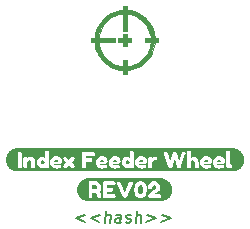
<source format=gto>
G04 #@! TF.GenerationSoftware,KiCad,Pcbnew,(6.0.5)*
G04 #@! TF.CreationDate,2022-06-02T14:19:20-07:00*
G04 #@! TF.ProjectId,indexingWheel,696e6465-7869-46e6-9757-6865656c2e6b,rev?*
G04 #@! TF.SameCoordinates,Original*
G04 #@! TF.FileFunction,Legend,Top*
G04 #@! TF.FilePolarity,Positive*
%FSLAX46Y46*%
G04 Gerber Fmt 4.6, Leading zero omitted, Abs format (unit mm)*
G04 Created by KiCad (PCBNEW (6.0.5)) date 2022-06-02 14:19:20*
%MOMM*%
%LPD*%
G01*
G04 APERTURE LIST*
%ADD10C,0.150000*%
%ADD11C,0.010000*%
G04 APERTURE END LIST*
D10*
X149803423Y-107217795D02*
X149005804Y-107503509D01*
X149731994Y-107789223D01*
X151041518Y-107217795D02*
X150243899Y-107503509D01*
X150970090Y-107789223D01*
X151434375Y-107884461D02*
X151559375Y-106884461D01*
X151862947Y-107884461D02*
X151928423Y-107360652D01*
X151892709Y-107265414D01*
X151803423Y-107217795D01*
X151660566Y-107217795D01*
X151559375Y-107265414D01*
X151505804Y-107313033D01*
X152767709Y-107884461D02*
X152833185Y-107360652D01*
X152797471Y-107265414D01*
X152708185Y-107217795D01*
X152517709Y-107217795D01*
X152416518Y-107265414D01*
X152773661Y-107836842D02*
X152672471Y-107884461D01*
X152434375Y-107884461D01*
X152345090Y-107836842D01*
X152309375Y-107741604D01*
X152321280Y-107646366D01*
X152380804Y-107551128D01*
X152481994Y-107503509D01*
X152720090Y-107503509D01*
X152821280Y-107455890D01*
X153202233Y-107836842D02*
X153291518Y-107884461D01*
X153481994Y-107884461D01*
X153583185Y-107836842D01*
X153642709Y-107741604D01*
X153648661Y-107693985D01*
X153612947Y-107598747D01*
X153523661Y-107551128D01*
X153380804Y-107551128D01*
X153291518Y-107503509D01*
X153255804Y-107408271D01*
X153261756Y-107360652D01*
X153321280Y-107265414D01*
X153422471Y-107217795D01*
X153565328Y-107217795D01*
X153654613Y-107265414D01*
X154053423Y-107884461D02*
X154178423Y-106884461D01*
X154481994Y-107884461D02*
X154547471Y-107360652D01*
X154511756Y-107265414D01*
X154422471Y-107217795D01*
X154279613Y-107217795D01*
X154178423Y-107265414D01*
X154124852Y-107313033D01*
X155041518Y-107217795D02*
X155767709Y-107503509D01*
X154970090Y-107789223D01*
X156279613Y-107217795D02*
X157005804Y-107503509D01*
X156208185Y-107789223D01*
G36*
X150619319Y-91903232D02*
G01*
X150687886Y-91647921D01*
X150784398Y-91396213D01*
X150840908Y-91276136D01*
X150916509Y-91133518D01*
X150994120Y-91006658D01*
X151078987Y-90888379D01*
X151176350Y-90771501D01*
X151291455Y-90648846D01*
X151320415Y-90619638D01*
X151445366Y-90499806D01*
X151562920Y-90398898D01*
X151680256Y-90311670D01*
X151804552Y-90232879D01*
X151942988Y-90157283D01*
X151976913Y-90140131D01*
X152226950Y-90030131D01*
X152480502Y-89948102D01*
X152737749Y-89893993D01*
X152863099Y-89877869D01*
X152957636Y-89868183D01*
X152957636Y-89575748D01*
X153282191Y-89575748D01*
X153282191Y-89868183D01*
X153376727Y-89877869D01*
X153635818Y-89918542D01*
X153891128Y-89987109D01*
X154142837Y-90083621D01*
X154262913Y-90140131D01*
X154405532Y-90215732D01*
X154532392Y-90293343D01*
X154650671Y-90378210D01*
X154767549Y-90475573D01*
X154890203Y-90590678D01*
X154919412Y-90619638D01*
X155039244Y-90744589D01*
X155140152Y-90862143D01*
X155227380Y-90979479D01*
X155306170Y-91103775D01*
X155381767Y-91242211D01*
X155398919Y-91276136D01*
X155508919Y-91526173D01*
X155590947Y-91779725D01*
X155645057Y-92036972D01*
X155661181Y-92162322D01*
X155670866Y-92256859D01*
X155963302Y-92256859D01*
X155963302Y-92581414D01*
X155670257Y-92581414D01*
X155660393Y-92676664D01*
X155620517Y-92933090D01*
X155554335Y-93183114D01*
X155461094Y-93429289D01*
X155398919Y-93562136D01*
X155323318Y-93704755D01*
X155245706Y-93831615D01*
X155160840Y-93949894D01*
X155063477Y-94066772D01*
X154948372Y-94189426D01*
X154919412Y-94218635D01*
X154794461Y-94338467D01*
X154676907Y-94439375D01*
X154559571Y-94526603D01*
X154435274Y-94605393D01*
X154296838Y-94680990D01*
X154262913Y-94698142D01*
X154012877Y-94808142D01*
X153759324Y-94890170D01*
X153502078Y-94944280D01*
X153376727Y-94960404D01*
X153282191Y-94970089D01*
X153282191Y-95262525D01*
X152957636Y-95262525D01*
X152957636Y-94970089D01*
X152863099Y-94960404D01*
X152604009Y-94919730D01*
X152348698Y-94851164D01*
X152096990Y-94754651D01*
X151976913Y-94698142D01*
X151834295Y-94622541D01*
X151707435Y-94544929D01*
X151589156Y-94460063D01*
X151472278Y-94362700D01*
X151349623Y-94247595D01*
X151320415Y-94218635D01*
X151200583Y-94093684D01*
X151099675Y-93976130D01*
X151012447Y-93858794D01*
X150933656Y-93734497D01*
X150858060Y-93596061D01*
X150840908Y-93562136D01*
X150730908Y-93312100D01*
X150648879Y-93058547D01*
X150594770Y-92801301D01*
X150578646Y-92675950D01*
X150568960Y-92581414D01*
X150276525Y-92581414D01*
X150276525Y-92256859D01*
X150568960Y-92256859D01*
X150907627Y-92256859D01*
X152322636Y-92256859D01*
X152322636Y-92581414D01*
X150907627Y-92581414D01*
X150917334Y-92676664D01*
X150953219Y-92896394D01*
X151015264Y-93116648D01*
X151101747Y-93333556D01*
X151210951Y-93543246D01*
X151341154Y-93741847D01*
X151453057Y-93882939D01*
X151606262Y-94040902D01*
X151780908Y-94185458D01*
X151972315Y-94313885D01*
X152175803Y-94423464D01*
X152386693Y-94511471D01*
X152600304Y-94575187D01*
X152669390Y-94590183D01*
X152742621Y-94604410D01*
X152794978Y-94614006D01*
X152833238Y-94619991D01*
X152864176Y-94623384D01*
X152894571Y-94625206D01*
X152904719Y-94625604D01*
X152957636Y-94627525D01*
X152957636Y-94133636D01*
X153282191Y-94133636D01*
X153282191Y-94631423D01*
X153377441Y-94621716D01*
X153596156Y-94585964D01*
X153814948Y-94524416D01*
X154029767Y-94439195D01*
X154236564Y-94332424D01*
X154431289Y-94206227D01*
X154609891Y-94062726D01*
X154768321Y-93904045D01*
X154786770Y-93882939D01*
X154931780Y-93695351D01*
X155057095Y-93493732D01*
X155160997Y-93281954D01*
X155241765Y-93063889D01*
X155297682Y-92843407D01*
X155322493Y-92676664D01*
X155332200Y-92581414D01*
X154834413Y-92581414D01*
X154834413Y-92256859D01*
X155332200Y-92256859D01*
X155322493Y-92161609D01*
X155286607Y-91941879D01*
X155224563Y-91721625D01*
X155138080Y-91504717D01*
X155028876Y-91295027D01*
X154898672Y-91096426D01*
X154786770Y-90955334D01*
X154631189Y-90794878D01*
X154454921Y-90649334D01*
X154262017Y-90520824D01*
X154056527Y-90411472D01*
X153842501Y-90323400D01*
X153623989Y-90258732D01*
X153405040Y-90219590D01*
X153377441Y-90216557D01*
X153282191Y-90206850D01*
X153282191Y-91621859D01*
X152957636Y-91621859D01*
X152957636Y-90206850D01*
X152862386Y-90216557D01*
X152643671Y-90252309D01*
X152424879Y-90313857D01*
X152210060Y-90399078D01*
X152003263Y-90505848D01*
X151808538Y-90632046D01*
X151629936Y-90775547D01*
X151471506Y-90934228D01*
X151453057Y-90955334D01*
X151308047Y-91142922D01*
X151182732Y-91344541D01*
X151078830Y-91556319D01*
X150998062Y-91774384D01*
X150942145Y-91994865D01*
X150917334Y-92161609D01*
X150907627Y-92256859D01*
X150568960Y-92256859D01*
X150578646Y-92162322D01*
X150619319Y-91903232D01*
G37*
D11*
X150619319Y-91903232D02*
X150687886Y-91647921D01*
X150784398Y-91396213D01*
X150840908Y-91276136D01*
X150916509Y-91133518D01*
X150994120Y-91006658D01*
X151078987Y-90888379D01*
X151176350Y-90771501D01*
X151291455Y-90648846D01*
X151320415Y-90619638D01*
X151445366Y-90499806D01*
X151562920Y-90398898D01*
X151680256Y-90311670D01*
X151804552Y-90232879D01*
X151942988Y-90157283D01*
X151976913Y-90140131D01*
X152226950Y-90030131D01*
X152480502Y-89948102D01*
X152737749Y-89893993D01*
X152863099Y-89877869D01*
X152957636Y-89868183D01*
X152957636Y-89575748D01*
X153282191Y-89575748D01*
X153282191Y-89868183D01*
X153376727Y-89877869D01*
X153635818Y-89918542D01*
X153891128Y-89987109D01*
X154142837Y-90083621D01*
X154262913Y-90140131D01*
X154405532Y-90215732D01*
X154532392Y-90293343D01*
X154650671Y-90378210D01*
X154767549Y-90475573D01*
X154890203Y-90590678D01*
X154919412Y-90619638D01*
X155039244Y-90744589D01*
X155140152Y-90862143D01*
X155227380Y-90979479D01*
X155306170Y-91103775D01*
X155381767Y-91242211D01*
X155398919Y-91276136D01*
X155508919Y-91526173D01*
X155590947Y-91779725D01*
X155645057Y-92036972D01*
X155661181Y-92162322D01*
X155670866Y-92256859D01*
X155963302Y-92256859D01*
X155963302Y-92581414D01*
X155670257Y-92581414D01*
X155660393Y-92676664D01*
X155620517Y-92933090D01*
X155554335Y-93183114D01*
X155461094Y-93429289D01*
X155398919Y-93562136D01*
X155323318Y-93704755D01*
X155245706Y-93831615D01*
X155160840Y-93949894D01*
X155063477Y-94066772D01*
X154948372Y-94189426D01*
X154919412Y-94218635D01*
X154794461Y-94338467D01*
X154676907Y-94439375D01*
X154559571Y-94526603D01*
X154435274Y-94605393D01*
X154296838Y-94680990D01*
X154262913Y-94698142D01*
X154012877Y-94808142D01*
X153759324Y-94890170D01*
X153502078Y-94944280D01*
X153376727Y-94960404D01*
X153282191Y-94970089D01*
X153282191Y-95262525D01*
X152957636Y-95262525D01*
X152957636Y-94970089D01*
X152863099Y-94960404D01*
X152604009Y-94919730D01*
X152348698Y-94851164D01*
X152096990Y-94754651D01*
X151976913Y-94698142D01*
X151834295Y-94622541D01*
X151707435Y-94544929D01*
X151589156Y-94460063D01*
X151472278Y-94362700D01*
X151349623Y-94247595D01*
X151320415Y-94218635D01*
X151200583Y-94093684D01*
X151099675Y-93976130D01*
X151012447Y-93858794D01*
X150933656Y-93734497D01*
X150858060Y-93596061D01*
X150840908Y-93562136D01*
X150730908Y-93312100D01*
X150648879Y-93058547D01*
X150594770Y-92801301D01*
X150578646Y-92675950D01*
X150568960Y-92581414D01*
X150276525Y-92581414D01*
X150276525Y-92256859D01*
X150568960Y-92256859D01*
X150907627Y-92256859D01*
X152322636Y-92256859D01*
X152322636Y-92581414D01*
X150907627Y-92581414D01*
X150917334Y-92676664D01*
X150953219Y-92896394D01*
X151015264Y-93116648D01*
X151101747Y-93333556D01*
X151210951Y-93543246D01*
X151341154Y-93741847D01*
X151453057Y-93882939D01*
X151606262Y-94040902D01*
X151780908Y-94185458D01*
X151972315Y-94313885D01*
X152175803Y-94423464D01*
X152386693Y-94511471D01*
X152600304Y-94575187D01*
X152669390Y-94590183D01*
X152742621Y-94604410D01*
X152794978Y-94614006D01*
X152833238Y-94619991D01*
X152864176Y-94623384D01*
X152894571Y-94625206D01*
X152904719Y-94625604D01*
X152957636Y-94627525D01*
X152957636Y-94133636D01*
X153282191Y-94133636D01*
X153282191Y-94631423D01*
X153377441Y-94621716D01*
X153596156Y-94585964D01*
X153814948Y-94524416D01*
X154029767Y-94439195D01*
X154236564Y-94332424D01*
X154431289Y-94206227D01*
X154609891Y-94062726D01*
X154768321Y-93904045D01*
X154786770Y-93882939D01*
X154931780Y-93695351D01*
X155057095Y-93493732D01*
X155160997Y-93281954D01*
X155241765Y-93063889D01*
X155297682Y-92843407D01*
X155322493Y-92676664D01*
X155332200Y-92581414D01*
X154834413Y-92581414D01*
X154834413Y-92256859D01*
X155332200Y-92256859D01*
X155322493Y-92161609D01*
X155286607Y-91941879D01*
X155224563Y-91721625D01*
X155138080Y-91504717D01*
X155028876Y-91295027D01*
X154898672Y-91096426D01*
X154786770Y-90955334D01*
X154631189Y-90794878D01*
X154454921Y-90649334D01*
X154262017Y-90520824D01*
X154056527Y-90411472D01*
X153842501Y-90323400D01*
X153623989Y-90258732D01*
X153405040Y-90219590D01*
X153377441Y-90216557D01*
X153282191Y-90206850D01*
X153282191Y-91621859D01*
X152957636Y-91621859D01*
X152957636Y-90206850D01*
X152862386Y-90216557D01*
X152643671Y-90252309D01*
X152424879Y-90313857D01*
X152210060Y-90399078D01*
X152003263Y-90505848D01*
X151808538Y-90632046D01*
X151629936Y-90775547D01*
X151471506Y-90934228D01*
X151453057Y-90955334D01*
X151308047Y-91142922D01*
X151182732Y-91344541D01*
X151078830Y-91556319D01*
X150998062Y-91774384D01*
X150942145Y-91994865D01*
X150917334Y-92161609D01*
X150907627Y-92256859D01*
X150568960Y-92256859D01*
X150578646Y-92162322D01*
X150619319Y-91903232D01*
G36*
X153285297Y-92069886D02*
G01*
X153289247Y-92249803D01*
X153469163Y-92253752D01*
X153649080Y-92257702D01*
X153649080Y-92580571D01*
X153469163Y-92584520D01*
X153289247Y-92588470D01*
X153285297Y-92768386D01*
X153281348Y-92948303D01*
X152958479Y-92948303D01*
X152954529Y-92768386D01*
X152950580Y-92588470D01*
X152770663Y-92584520D01*
X152590747Y-92580571D01*
X152590747Y-92257702D01*
X152770663Y-92253752D01*
X152950580Y-92249803D01*
X152954529Y-92069886D01*
X152958479Y-91889970D01*
X153281348Y-91889970D01*
X153285297Y-92069886D01*
G37*
X153285297Y-92069886D02*
X153289247Y-92249803D01*
X153469163Y-92253752D01*
X153649080Y-92257702D01*
X153649080Y-92580571D01*
X153469163Y-92584520D01*
X153289247Y-92588470D01*
X153285297Y-92768386D01*
X153281348Y-92948303D01*
X152958479Y-92948303D01*
X152954529Y-92768386D01*
X152950580Y-92588470D01*
X152770663Y-92584520D01*
X152590747Y-92580571D01*
X152590747Y-92257702D01*
X152770663Y-92253752D01*
X152950580Y-92249803D01*
X152954529Y-92069886D01*
X152958479Y-91889970D01*
X153281348Y-91889970D01*
X153285297Y-92069886D01*
G36*
X154643521Y-102580656D02*
G01*
X154676858Y-102651141D01*
X154604468Y-102712101D01*
X154364438Y-102712101D01*
X154425398Y-102604469D01*
X154548271Y-102553986D01*
X154643521Y-102580656D01*
G37*
G36*
X146312956Y-102662571D02*
G01*
X146357723Y-102777824D01*
X146311051Y-102891171D01*
X146193893Y-102942606D01*
X146073878Y-102891171D01*
X146024348Y-102776871D01*
X146070068Y-102661619D01*
X146191988Y-102609231D01*
X146312956Y-102662571D01*
G37*
G36*
X160143256Y-102580656D02*
G01*
X160176593Y-102651141D01*
X160104203Y-102712101D01*
X159864173Y-102712101D01*
X159925133Y-102604469D01*
X160048006Y-102553986D01*
X160143256Y-102580656D01*
G37*
G36*
X143968940Y-103536015D02*
G01*
X143872965Y-103521779D01*
X143778846Y-103498203D01*
X143687492Y-103465516D01*
X143599782Y-103424032D01*
X143516560Y-103374151D01*
X143438628Y-103316353D01*
X143366736Y-103251194D01*
X143301578Y-103179302D01*
X143248949Y-103108341D01*
X144066008Y-103108341D01*
X144077438Y-103205496D01*
X144127921Y-103259789D01*
X144233648Y-103277886D01*
X144331756Y-103265027D01*
X144382238Y-103226451D01*
X144400336Y-103176921D01*
X144403193Y-103110246D01*
X144403193Y-103108341D01*
X144555593Y-103108341D01*
X144558451Y-103174064D01*
X144574643Y-103224546D01*
X144624649Y-103263122D01*
X144721328Y-103275981D01*
X144818959Y-103263122D01*
X144868013Y-103224546D01*
X144886111Y-103175969D01*
X144888968Y-103110246D01*
X144888968Y-102773061D01*
X144935641Y-102653046D01*
X145057561Y-102607326D01*
X145177576Y-102651141D01*
X145222343Y-102773061D01*
X145222343Y-103108341D01*
X145233773Y-103205496D01*
X145283303Y-103258360D01*
X145389983Y-103275981D01*
X145488091Y-103263122D01*
X145538573Y-103224546D01*
X145554766Y-103175969D01*
X145557623Y-103110246D01*
X145557623Y-102775919D01*
X145690973Y-102775919D01*
X145706636Y-102903130D01*
X145753626Y-103019335D01*
X145831943Y-103124534D01*
X145929310Y-103207613D01*
X146033450Y-103257460D01*
X146144363Y-103274076D01*
X146271522Y-103251216D01*
X146367248Y-103182636D01*
X146411777Y-103252645D01*
X146514886Y-103275981D01*
X146621327Y-103263122D01*
X146675858Y-103224546D01*
X146693956Y-103175969D01*
X146696813Y-103110246D01*
X146696813Y-102780681D01*
X146820638Y-102780681D01*
X146833973Y-102903659D01*
X146873978Y-103018594D01*
X146940653Y-103125486D01*
X147013757Y-103197638D01*
X147111151Y-103254074D01*
X147228546Y-103290507D01*
X147361658Y-103302651D01*
X147539180Y-103292054D01*
X147665982Y-103260265D01*
X147742063Y-103207282D01*
X147767423Y-103133106D01*
X147759617Y-103105484D01*
X147893153Y-103105484D01*
X147962686Y-103221689D01*
X148078891Y-103289316D01*
X148194143Y-103220736D01*
X148405598Y-103009281D01*
X148615148Y-103220736D01*
X148731353Y-103289316D01*
X148847558Y-103221689D01*
X148914452Y-103108341D01*
X149502878Y-103108341D01*
X149514308Y-103205496D01*
X149564791Y-103259789D01*
X149670518Y-103277886D01*
X149768626Y-103265027D01*
X149819108Y-103226451D01*
X149837206Y-103176921D01*
X149840063Y-103110246D01*
X149840063Y-102780681D01*
X150687788Y-102780681D01*
X150701123Y-102903659D01*
X150741128Y-103018594D01*
X150807803Y-103125486D01*
X150880907Y-103197638D01*
X150978301Y-103254074D01*
X151095696Y-103290507D01*
X151228808Y-103302651D01*
X151406330Y-103292054D01*
X151533132Y-103260265D01*
X151609213Y-103207282D01*
X151634573Y-103133106D01*
X151609808Y-103045476D01*
X151505033Y-102959751D01*
X151428833Y-102980706D01*
X151407878Y-102988326D01*
X151333107Y-103005471D01*
X151234523Y-103011186D01*
X151108793Y-102974991D01*
X151045928Y-102885456D01*
X151497413Y-102885456D01*
X151626001Y-102829259D01*
X151655633Y-102780681D01*
X151779353Y-102780681D01*
X151792688Y-102903659D01*
X151832693Y-103018594D01*
X151899368Y-103125486D01*
X151972472Y-103197638D01*
X152069866Y-103254074D01*
X152187261Y-103290507D01*
X152320373Y-103302651D01*
X152497895Y-103292054D01*
X152624697Y-103260265D01*
X152700778Y-103207282D01*
X152726138Y-103133106D01*
X152701373Y-103045476D01*
X152596598Y-102959751D01*
X152520398Y-102980706D01*
X152499443Y-102988326D01*
X152424672Y-103005471D01*
X152326088Y-103011186D01*
X152200358Y-102974991D01*
X152137493Y-102885456D01*
X152588978Y-102885456D01*
X152717566Y-102829259D01*
X152750103Y-102775919D01*
X152880443Y-102775919D01*
X152896106Y-102903130D01*
X152943096Y-103019335D01*
X153021413Y-103124534D01*
X153118780Y-103207613D01*
X153222920Y-103257460D01*
X153333833Y-103274076D01*
X153460992Y-103251216D01*
X153556718Y-103182636D01*
X153601247Y-103252645D01*
X153704356Y-103275981D01*
X153810797Y-103263122D01*
X153865328Y-103224546D01*
X153883426Y-103175969D01*
X153886283Y-103110246D01*
X153886283Y-102780681D01*
X154010108Y-102780681D01*
X154023443Y-102903659D01*
X154063448Y-103018594D01*
X154130123Y-103125486D01*
X154203227Y-103197638D01*
X154300621Y-103254074D01*
X154418016Y-103290507D01*
X154551128Y-103302651D01*
X154728650Y-103292054D01*
X154855452Y-103260265D01*
X154931533Y-103207282D01*
X154946472Y-103163586D01*
X155130248Y-103163586D01*
X155164538Y-103245501D01*
X155295983Y-103277886D01*
X155393138Y-103265504D01*
X155444573Y-103228356D01*
X155462671Y-103177874D01*
X155465528Y-103112151D01*
X155465528Y-102712101D01*
X155510296Y-102624471D01*
X155606498Y-102588276D01*
X155689366Y-102603516D01*
X155755088Y-102618756D01*
X155859863Y-102546366D01*
X155896058Y-102413016D01*
X155872246Y-102324433D01*
X155812238Y-102285381D01*
X155745563Y-102269188D01*
X155670316Y-102264426D01*
X155566493Y-102296811D01*
X155489341Y-102348246D01*
X155461718Y-102380631D01*
X155440763Y-102317766D01*
X155390757Y-102284905D01*
X155297888Y-102273951D01*
X155199781Y-102286810D01*
X155149298Y-102325386D01*
X155133106Y-102373963D01*
X155130248Y-102439686D01*
X155130248Y-103163586D01*
X154946472Y-103163586D01*
X154956893Y-103133106D01*
X154932128Y-103045476D01*
X154827353Y-102959751D01*
X154751153Y-102980706D01*
X154730198Y-102988326D01*
X154655427Y-103005471D01*
X154556843Y-103011186D01*
X154431113Y-102974991D01*
X154368248Y-102885456D01*
X154819733Y-102885456D01*
X154948321Y-102829259D01*
X154991897Y-102757821D01*
X155006423Y-102655904D01*
X154990231Y-102543270D01*
X154941653Y-102439686D01*
X154870930Y-102358009D01*
X154782586Y-102299669D01*
X154676620Y-102264664D01*
X154553033Y-102252996D01*
X154406666Y-102268977D01*
X154277443Y-102316919D01*
X154165366Y-102396823D01*
X154079111Y-102503398D01*
X154027359Y-102631350D01*
X154010108Y-102780681D01*
X153886283Y-102780681D01*
X153886283Y-102011061D01*
X156435173Y-102011061D01*
X156456128Y-102104406D01*
X156823793Y-103161681D01*
X156837128Y-103190256D01*
X156889516Y-103247406D01*
X156989528Y-103275981D01*
X157094303Y-103232166D01*
X157124783Y-103194066D01*
X157141928Y-103161681D01*
X157151758Y-103132573D01*
X157178199Y-103054391D01*
X157221252Y-102927137D01*
X157280917Y-102750811D01*
X157357193Y-102525411D01*
X157580078Y-103182636D01*
X157634371Y-103244549D01*
X157731526Y-103275981D01*
X157828681Y-103244549D01*
X157879163Y-103194066D01*
X157892498Y-103161681D01*
X157910292Y-103110246D01*
X158385893Y-103110246D01*
X158388751Y-103176921D01*
X158404943Y-103226451D01*
X158454949Y-103265027D01*
X158551628Y-103277886D01*
X158649259Y-103265504D01*
X158698313Y-103228356D01*
X158716411Y-103177874D01*
X158719268Y-103112151D01*
X158719268Y-102742581D01*
X158778323Y-102650189D01*
X158897386Y-102609231D01*
X159008828Y-102653046D01*
X159052643Y-102774966D01*
X159052643Y-103108341D01*
X159055501Y-103176921D01*
X159073598Y-103228356D01*
X159124081Y-103265504D01*
X159218378Y-103277886D01*
X159316009Y-103265504D01*
X159365063Y-103228356D01*
X159383161Y-103177874D01*
X159386018Y-103112151D01*
X159386018Y-102780681D01*
X159509843Y-102780681D01*
X159523178Y-102903659D01*
X159563183Y-103018594D01*
X159629858Y-103125486D01*
X159702962Y-103197638D01*
X159800356Y-103254074D01*
X159917751Y-103290507D01*
X160050863Y-103302651D01*
X160228385Y-103292054D01*
X160355187Y-103260265D01*
X160431268Y-103207282D01*
X160456628Y-103133106D01*
X160431863Y-103045476D01*
X160327088Y-102959751D01*
X160250888Y-102980706D01*
X160229933Y-102988326D01*
X160155162Y-103005471D01*
X160056578Y-103011186D01*
X159930848Y-102974991D01*
X159867983Y-102885456D01*
X160319468Y-102885456D01*
X160448056Y-102829259D01*
X160477688Y-102780681D01*
X160601408Y-102780681D01*
X160614743Y-102903659D01*
X160654748Y-103018594D01*
X160721423Y-103125486D01*
X160794527Y-103197638D01*
X160891921Y-103254074D01*
X161009316Y-103290507D01*
X161142428Y-103302651D01*
X161319950Y-103292054D01*
X161446752Y-103260265D01*
X161522833Y-103207282D01*
X161548193Y-103133106D01*
X161523428Y-103045476D01*
X161418653Y-102959751D01*
X161342453Y-102980706D01*
X161321498Y-102988326D01*
X161246727Y-103005471D01*
X161148143Y-103011186D01*
X161022413Y-102974991D01*
X160959548Y-102885456D01*
X161411033Y-102885456D01*
X161432828Y-102875931D01*
X161721548Y-102875931D01*
X161734883Y-103052143D01*
X161774888Y-103173111D01*
X161844421Y-103236452D01*
X161965388Y-103270266D01*
X162117788Y-103278839D01*
X162201608Y-103258836D01*
X162230183Y-103208830D01*
X162239708Y-103112151D01*
X162201608Y-102976896D01*
X162169223Y-102960704D01*
X162116836Y-102957846D01*
X162066353Y-102939749D01*
X162054923Y-102853071D01*
X162054923Y-101971056D01*
X162052066Y-101904381D01*
X162033968Y-101852946D01*
X161983486Y-101814370D01*
X161889188Y-101801511D01*
X161791081Y-101814370D01*
X161740598Y-101852946D01*
X161724406Y-101903428D01*
X161721548Y-101969151D01*
X161721548Y-102875931D01*
X161432828Y-102875931D01*
X161539621Y-102829259D01*
X161583197Y-102757821D01*
X161597723Y-102655904D01*
X161581531Y-102543270D01*
X161532953Y-102439686D01*
X161462230Y-102358009D01*
X161373886Y-102299669D01*
X161267920Y-102264664D01*
X161144333Y-102252996D01*
X160997966Y-102268977D01*
X160868743Y-102316919D01*
X160756666Y-102396823D01*
X160670411Y-102503398D01*
X160618659Y-102631350D01*
X160601408Y-102780681D01*
X160477688Y-102780681D01*
X160491632Y-102757821D01*
X160506158Y-102655904D01*
X160489966Y-102543270D01*
X160441388Y-102439686D01*
X160370665Y-102358009D01*
X160282321Y-102299669D01*
X160176355Y-102264664D01*
X160052768Y-102252996D01*
X159906401Y-102268977D01*
X159777178Y-102316919D01*
X159665101Y-102396823D01*
X159578846Y-102503398D01*
X159527094Y-102631350D01*
X159509843Y-102780681D01*
X159386018Y-102780681D01*
X159386018Y-102776871D01*
X159371942Y-102644368D01*
X159329715Y-102526258D01*
X159259336Y-102422541D01*
X159167790Y-102342108D01*
X159062062Y-102293848D01*
X158942153Y-102277761D01*
X158822614Y-102306812D01*
X158719268Y-102393966D01*
X158719268Y-101972961D01*
X158716411Y-101907238D01*
X158698313Y-101856756D01*
X158649736Y-101818180D01*
X158553533Y-101805321D01*
X158455426Y-101818180D01*
X158404943Y-101856756D01*
X158388751Y-101905333D01*
X158385893Y-101971056D01*
X158385893Y-103110246D01*
X157910292Y-103110246D01*
X158258258Y-102104406D01*
X158281118Y-102011061D01*
X158249209Y-101942481D01*
X158153483Y-101889141D01*
X158063948Y-101870091D01*
X158000131Y-101890093D01*
X157964888Y-101931051D01*
X157940123Y-101995821D01*
X157730573Y-102635901D01*
X157511498Y-101974866D01*
X157458158Y-101912953D01*
X157367671Y-101881521D01*
X157288613Y-101894856D01*
X157229082Y-101937718D01*
X157191458Y-102005346D01*
X156983813Y-102632091D01*
X156774263Y-101995821D01*
X156731401Y-101902476D01*
X156662821Y-101871996D01*
X156562808Y-101891046D01*
X156467082Y-101942957D01*
X156435173Y-102011061D01*
X153886283Y-102011061D01*
X153886283Y-101972961D01*
X153883426Y-101907238D01*
X153866281Y-101856756D01*
X153815798Y-101816751D01*
X153719596Y-101805321D01*
X153623393Y-101816751D01*
X153572911Y-101855803D01*
X153555766Y-101905333D01*
X153552908Y-101971056D01*
X153552908Y-102371106D01*
X153459087Y-102299669D01*
X153333833Y-102275856D01*
X153223872Y-102292578D01*
X153120050Y-102342743D01*
X153022366Y-102426351D01*
X152943520Y-102532078D01*
X152896212Y-102648601D01*
X152880443Y-102775919D01*
X152750103Y-102775919D01*
X152761142Y-102757821D01*
X152775668Y-102655904D01*
X152759476Y-102543270D01*
X152710898Y-102439686D01*
X152640175Y-102358009D01*
X152551831Y-102299669D01*
X152445865Y-102264664D01*
X152322278Y-102252996D01*
X152175911Y-102268977D01*
X152046688Y-102316919D01*
X151934611Y-102396823D01*
X151848356Y-102503398D01*
X151796604Y-102631350D01*
X151779353Y-102780681D01*
X151655633Y-102780681D01*
X151669577Y-102757821D01*
X151684103Y-102655904D01*
X151667911Y-102543270D01*
X151619333Y-102439686D01*
X151548610Y-102358009D01*
X151460266Y-102299669D01*
X151354300Y-102264664D01*
X151230713Y-102252996D01*
X151084346Y-102268977D01*
X150955123Y-102316919D01*
X150843046Y-102396823D01*
X150756791Y-102503398D01*
X150705039Y-102631350D01*
X150687788Y-102780681D01*
X149840063Y-102780681D01*
X149840063Y-102750201D01*
X150213443Y-102750201D01*
X150310598Y-102740676D01*
X150364891Y-102688765D01*
X150382988Y-102582561D01*
X150370606Y-102483977D01*
X150333458Y-102432066D01*
X150282976Y-102413968D01*
X150215348Y-102411111D01*
X149840063Y-102411111D01*
X149840063Y-102218706D01*
X150422993Y-102218706D01*
X150490621Y-102215848D01*
X150541103Y-102198703D01*
X150581108Y-102148221D01*
X150592538Y-102051066D01*
X150581108Y-101953911D01*
X150542056Y-101902476D01*
X150492526Y-101884378D01*
X150426803Y-101881521D01*
X149676233Y-101881521D01*
X149539073Y-101916763D01*
X149502878Y-102049161D01*
X149502878Y-103108341D01*
X148914452Y-103108341D01*
X148916138Y-103105484D01*
X148847558Y-102988326D01*
X148636103Y-102774966D01*
X148847558Y-102561606D01*
X148916138Y-102444448D01*
X148847558Y-102327291D01*
X148731353Y-102258711D01*
X148615148Y-102327291D01*
X148405598Y-102540651D01*
X148194143Y-102327291D01*
X148078891Y-102258711D01*
X147962686Y-102327291D01*
X147893153Y-102444448D01*
X147961733Y-102561606D01*
X148173188Y-102774966D01*
X147961733Y-102988326D01*
X147893153Y-103105484D01*
X147759617Y-103105484D01*
X147742658Y-103045476D01*
X147637883Y-102959751D01*
X147561683Y-102980706D01*
X147540728Y-102988326D01*
X147465957Y-103005471D01*
X147367373Y-103011186D01*
X147241643Y-102974991D01*
X147178778Y-102885456D01*
X147630263Y-102885456D01*
X147758851Y-102829259D01*
X147802427Y-102757821D01*
X147816953Y-102655904D01*
X147800761Y-102543270D01*
X147752183Y-102439686D01*
X147681460Y-102358009D01*
X147593116Y-102299669D01*
X147487150Y-102264664D01*
X147363563Y-102252996D01*
X147217196Y-102268977D01*
X147087973Y-102316919D01*
X146975896Y-102396823D01*
X146889641Y-102503398D01*
X146837889Y-102631350D01*
X146820638Y-102780681D01*
X146696813Y-102780681D01*
X146696813Y-101972961D01*
X146693956Y-101907238D01*
X146676811Y-101856756D01*
X146626328Y-101816751D01*
X146530126Y-101805321D01*
X146433923Y-101816751D01*
X146383441Y-101855803D01*
X146366296Y-101905333D01*
X146363438Y-101971056D01*
X146363438Y-102371106D01*
X146269617Y-102299669D01*
X146144363Y-102275856D01*
X146034402Y-102292578D01*
X145930580Y-102342743D01*
X145832896Y-102426351D01*
X145754050Y-102532078D01*
X145706742Y-102648601D01*
X145690973Y-102775919D01*
X145557623Y-102775919D01*
X145557623Y-102774966D01*
X145543547Y-102642357D01*
X145501320Y-102523929D01*
X145430941Y-102419683D01*
X145339395Y-102338721D01*
X145233667Y-102290143D01*
X145113758Y-102273951D01*
X144970883Y-102317766D01*
X144919448Y-102357771D01*
X144885158Y-102395871D01*
X144866108Y-102317766D01*
X144817054Y-102284905D01*
X144723233Y-102273951D01*
X144626554Y-102285857D01*
X144576548Y-102321576D01*
X144558451Y-102370153D01*
X144555593Y-102433971D01*
X144555593Y-103108341D01*
X144403193Y-103108341D01*
X144403193Y-102051066D01*
X144393668Y-101952006D01*
X144341757Y-101899142D01*
X144235553Y-101881521D01*
X144137446Y-101894380D01*
X144086963Y-101932956D01*
X144068866Y-101983438D01*
X144066008Y-102049161D01*
X144066008Y-103108341D01*
X143248949Y-103108341D01*
X143243780Y-103101371D01*
X143193898Y-103018149D01*
X143152414Y-102930438D01*
X143119727Y-102839084D01*
X143096152Y-102744966D01*
X143081915Y-102648990D01*
X143077154Y-102552081D01*
X143081915Y-102455172D01*
X143096152Y-102359196D01*
X143119727Y-102265078D01*
X143152414Y-102173724D01*
X143193898Y-102086013D01*
X143243780Y-102002791D01*
X143301578Y-101924860D01*
X143366736Y-101852968D01*
X143438628Y-101787809D01*
X143516560Y-101730011D01*
X143599782Y-101680130D01*
X143687492Y-101638646D01*
X143778846Y-101605959D01*
X143872965Y-101582383D01*
X143968940Y-101568147D01*
X144065849Y-101563386D01*
X162239867Y-101563386D01*
X162336776Y-101568147D01*
X162432752Y-101582384D01*
X162526870Y-101605959D01*
X162618224Y-101638646D01*
X162705934Y-101680130D01*
X162789156Y-101730011D01*
X162867088Y-101787810D01*
X162938980Y-101852968D01*
X163004138Y-101924860D01*
X163061937Y-102002792D01*
X163111818Y-102086013D01*
X163153302Y-102173724D01*
X163185989Y-102265078D01*
X163209564Y-102359196D01*
X163223801Y-102455172D01*
X163228562Y-102552081D01*
X163223801Y-102648990D01*
X163209564Y-102744966D01*
X163185989Y-102839084D01*
X163153302Y-102930438D01*
X163111818Y-103018149D01*
X163061937Y-103101370D01*
X163004138Y-103179302D01*
X162938980Y-103251194D01*
X162867088Y-103316352D01*
X162789156Y-103374151D01*
X162705934Y-103424032D01*
X162618224Y-103465516D01*
X162526870Y-103498203D01*
X162432752Y-103521778D01*
X162336776Y-103536015D01*
X162239867Y-103540776D01*
X144065849Y-103540776D01*
X143968940Y-103536015D01*
G37*
G36*
X161234821Y-102580656D02*
G01*
X161268158Y-102651141D01*
X161195768Y-102712101D01*
X160955738Y-102712101D01*
X161016698Y-102604469D01*
X161139571Y-102553986D01*
X161234821Y-102580656D01*
G37*
G36*
X152412766Y-102580656D02*
G01*
X152446103Y-102651141D01*
X152373713Y-102712101D01*
X152133683Y-102712101D01*
X152194643Y-102604469D01*
X152317516Y-102553986D01*
X152412766Y-102580656D01*
G37*
G36*
X147454051Y-102580656D02*
G01*
X147487388Y-102651141D01*
X147414998Y-102712101D01*
X147174968Y-102712101D01*
X147235928Y-102604469D01*
X147358801Y-102553986D01*
X147454051Y-102580656D01*
G37*
G36*
X153502426Y-102662571D02*
G01*
X153547193Y-102777824D01*
X153500521Y-102891171D01*
X153383363Y-102942606D01*
X153263348Y-102891171D01*
X153213818Y-102776871D01*
X153259538Y-102661619D01*
X153381458Y-102609231D01*
X153502426Y-102662571D01*
G37*
G36*
X151321201Y-102580656D02*
G01*
X151354538Y-102651141D01*
X151282148Y-102712101D01*
X151042118Y-102712101D01*
X151103078Y-102604469D01*
X151225951Y-102553986D01*
X151321201Y-102580656D01*
G37*
G36*
X154558514Y-104721203D02*
G01*
X154619235Y-104792997D01*
X154655669Y-104912655D01*
X154667813Y-105080176D01*
X154667813Y-105091606D01*
X154655550Y-105254960D01*
X154618759Y-105371641D01*
X154557442Y-105441650D01*
X154471598Y-105464986D01*
X154387421Y-105440995D01*
X154327294Y-105369022D01*
X154291218Y-105249066D01*
X154279193Y-105081128D01*
X154291337Y-104913191D01*
X154327770Y-104793235D01*
X154388492Y-104721262D01*
X154473503Y-104697271D01*
X154558514Y-104721203D01*
G37*
G36*
X156278460Y-104126584D02*
G01*
X156371662Y-104140409D01*
X156463060Y-104163303D01*
X156551774Y-104195046D01*
X156636949Y-104235331D01*
X156717766Y-104283770D01*
X156793445Y-104339898D01*
X156863259Y-104403174D01*
X156926535Y-104472987D01*
X156982662Y-104548667D01*
X157031102Y-104629484D01*
X157071387Y-104714659D01*
X157103129Y-104803373D01*
X157126023Y-104894771D01*
X157139849Y-104987973D01*
X157144472Y-105082081D01*
X157139849Y-105176189D01*
X157126023Y-105269391D01*
X157103129Y-105360789D01*
X157071387Y-105449503D01*
X157031102Y-105534678D01*
X156982662Y-105615495D01*
X156926535Y-105691175D01*
X156863259Y-105760988D01*
X156793445Y-105824264D01*
X156717766Y-105880392D01*
X156636949Y-105928831D01*
X156551774Y-105969116D01*
X156463060Y-106000859D01*
X156371662Y-106023753D01*
X156278460Y-106037578D01*
X156184352Y-106042201D01*
X150061364Y-106042201D01*
X149967256Y-106037578D01*
X149874054Y-106023753D01*
X149782656Y-106000859D01*
X149693942Y-105969116D01*
X149608767Y-105928831D01*
X149527950Y-105880392D01*
X149452271Y-105824264D01*
X149382457Y-105760988D01*
X149319181Y-105691175D01*
X149263054Y-105615495D01*
X149257337Y-105605956D01*
X150061523Y-105605956D01*
X150072953Y-105705016D01*
X150123435Y-105757880D01*
X150229163Y-105775501D01*
X150327270Y-105762642D01*
X150377753Y-105724066D01*
X150395850Y-105673584D01*
X150398708Y-105607861D01*
X150398708Y-105392596D01*
X150638738Y-105392596D01*
X150697793Y-105388786D01*
X150771876Y-105564258D01*
X150821406Y-105679193D01*
X150846383Y-105733591D01*
X150881625Y-105770739D01*
X150942585Y-105788836D01*
X151040693Y-105762166D01*
X151129275Y-105706921D01*
X151158803Y-105640246D01*
X151149461Y-105607861D01*
X151263578Y-105607861D01*
X151275008Y-105705016D01*
X151325490Y-105759309D01*
X151431218Y-105777406D01*
X152185598Y-105777406D01*
X152284658Y-105765976D01*
X152337522Y-105715494D01*
X152355143Y-105609766D01*
X152342284Y-105511659D01*
X152303708Y-105461176D01*
X152253225Y-105443079D01*
X152187503Y-105440221D01*
X151600763Y-105440221D01*
X151600763Y-105247816D01*
X151974143Y-105247816D01*
X152073203Y-105236386D01*
X152127495Y-105185904D01*
X152145593Y-105080176D01*
X152132734Y-104982068D01*
X152094158Y-104931586D01*
X152043675Y-104913488D01*
X151977953Y-104910631D01*
X151600763Y-104910631D01*
X151600763Y-104718226D01*
X152185598Y-104718226D01*
X152284658Y-104706796D01*
X152337522Y-104656313D01*
X152355143Y-104550586D01*
X152351647Y-104523916D01*
X152431343Y-104523916D01*
X152459918Y-104615356D01*
X152985698Y-105682156D01*
X153049515Y-105749784D01*
X153140003Y-105775501D01*
X153159053Y-105775501D01*
X153247635Y-105749784D01*
X153311453Y-105682156D01*
X153608143Y-105080176D01*
X153942008Y-105080176D01*
X153948146Y-105213738D01*
X153966561Y-105337563D01*
X153997253Y-105451651D01*
X154038449Y-105547377D01*
X154089645Y-105628816D01*
X154156797Y-105697158D01*
X154245855Y-105753594D01*
X154353250Y-105791455D01*
X154475408Y-105804076D01*
X154597090Y-105791694D01*
X154703055Y-105754546D01*
X154790447Y-105698349D01*
X154856408Y-105628816D01*
X154867677Y-105609766D01*
X155100248Y-105609766D01*
X155149778Y-105729781D01*
X155267888Y-105781216D01*
X156012743Y-105781216D01*
X156130853Y-105758356D01*
X156171810Y-105708826D01*
X156184193Y-105612624D01*
X156172763Y-105515469D01*
X156127995Y-105460224D01*
X156016553Y-105442126D01*
X155667938Y-105442126D01*
X155667938Y-105432601D01*
X155715563Y-105413551D01*
X155833673Y-105349257D01*
X155967023Y-105244006D01*
X156028935Y-105175426D01*
X156081323Y-105087796D01*
X156117042Y-104987783D01*
X156128948Y-104882056D01*
X156113073Y-104751140D01*
X156065448Y-104630173D01*
X155986073Y-104519153D01*
X155881192Y-104430783D01*
X155757050Y-104377760D01*
X155613645Y-104360086D01*
X155470347Y-104377548D01*
X155346522Y-104429936D01*
X155242170Y-104517248D01*
X155163325Y-104626574D01*
X155116017Y-104745002D01*
X155100248Y-104872531D01*
X155109773Y-104969686D01*
X155161684Y-105023978D01*
X155267888Y-105042076D01*
X155365043Y-105030646D01*
X155416478Y-104996356D01*
X155434575Y-104948731D01*
X155437433Y-104885866D01*
X155437433Y-104874436D01*
X155445053Y-104830621D01*
X155495535Y-104742038D01*
X155601263Y-104697271D01*
X155696513Y-104714416D01*
X155746995Y-104751563D01*
X155776523Y-104802998D01*
X155789858Y-104851576D01*
X155771999Y-104934920D01*
X155718420Y-105013501D01*
X155639601Y-105085653D01*
X155546018Y-105149709D01*
X155445053Y-105210192D01*
X155344088Y-105271629D01*
X155250505Y-105339732D01*
X155171685Y-105420219D01*
X155118107Y-105510944D01*
X155100248Y-105609766D01*
X154867677Y-105609766D01*
X154921416Y-105518921D01*
X154967850Y-105391167D01*
X154995711Y-105245554D01*
X155004998Y-105082081D01*
X154998648Y-104956139D01*
X154979598Y-104834854D01*
X154947848Y-104718226D01*
X154908081Y-104622023D01*
X154857360Y-104539156D01*
X154790685Y-104469147D01*
X154703055Y-104411521D01*
X154596614Y-104372945D01*
X154473503Y-104360086D01*
X154349916Y-104373183D01*
X154242045Y-104412473D01*
X154153225Y-104471052D01*
X154086788Y-104542013D01*
X154034162Y-104633692D01*
X153986775Y-104754421D01*
X153961905Y-104850729D01*
X153946982Y-104959314D01*
X153942008Y-105080176D01*
X153608143Y-105080176D01*
X153837233Y-104615356D01*
X153865808Y-104523916D01*
X153837709Y-104460098D01*
X153753413Y-104401996D01*
X153641018Y-104369611D01*
X153557198Y-104421046D01*
X153530528Y-104478196D01*
X153149528Y-105312586D01*
X153128811Y-105268533D01*
X153081900Y-105166854D01*
X153019988Y-105032313D01*
X152954265Y-104889676D01*
X152888781Y-104747039D01*
X152827583Y-104612498D01*
X152779720Y-104507723D01*
X152754240Y-104454383D01*
X152722808Y-104403901D01*
X152690423Y-104377231D01*
X152639940Y-104369611D01*
X152543738Y-104401996D01*
X152459442Y-104460098D01*
X152431343Y-104523916D01*
X152351647Y-104523916D01*
X152342284Y-104452478D01*
X152303708Y-104401996D01*
X152253225Y-104383898D01*
X152187503Y-104381041D01*
X151436933Y-104381041D01*
X151299773Y-104416283D01*
X151263578Y-104548681D01*
X151263578Y-105607861D01*
X151149461Y-105607861D01*
X151130228Y-105541186D01*
X151076888Y-105419901D01*
X151033708Y-105320206D01*
X151000688Y-105242101D01*
X151080063Y-105140924D01*
X151127688Y-105022814D01*
X151143563Y-104887771D01*
X151131180Y-104769661D01*
X151094033Y-104662981D01*
X151037835Y-104572493D01*
X150968303Y-104502961D01*
X150861835Y-104435228D01*
X150753250Y-104394588D01*
X150642548Y-104381041D01*
X150231068Y-104381041D01*
X150132960Y-104393900D01*
X150082478Y-104432476D01*
X150064380Y-104482958D01*
X150061523Y-104548681D01*
X150061523Y-105605956D01*
X149257337Y-105605956D01*
X149214614Y-105534678D01*
X149174329Y-105449503D01*
X149142587Y-105360789D01*
X149119693Y-105269391D01*
X149105867Y-105176189D01*
X149101244Y-105082081D01*
X149105867Y-104987973D01*
X149119693Y-104894771D01*
X149142587Y-104803373D01*
X149174329Y-104714659D01*
X149214614Y-104629484D01*
X149263054Y-104548667D01*
X149319181Y-104472987D01*
X149382457Y-104403174D01*
X149452271Y-104339898D01*
X149527950Y-104283770D01*
X149608767Y-104235331D01*
X149693942Y-104195046D01*
X149782656Y-104163303D01*
X149874054Y-104140409D01*
X149967256Y-104126584D01*
X150061364Y-104121961D01*
X156184352Y-104121961D01*
X156278460Y-104126584D01*
G37*
G36*
X150753038Y-104761088D02*
G01*
X150808283Y-104887771D01*
X150753038Y-105013501D01*
X150642548Y-105055411D01*
X150398708Y-105055411D01*
X150398708Y-104718226D01*
X150638738Y-104718226D01*
X150753038Y-104761088D01*
G37*
M02*

</source>
